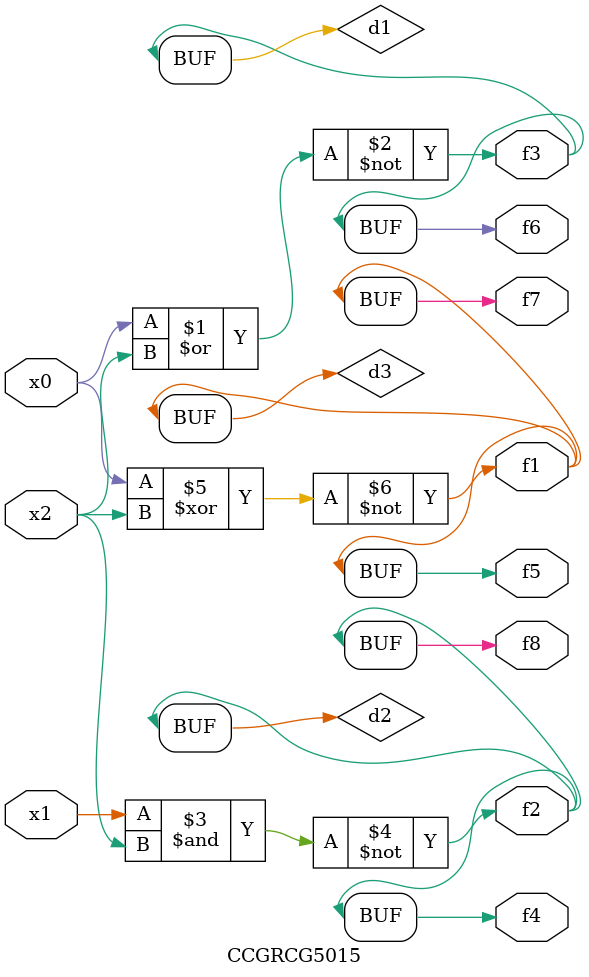
<source format=v>
module CCGRCG5015(
	input x0, x1, x2,
	output f1, f2, f3, f4, f5, f6, f7, f8
);

	wire d1, d2, d3;

	nor (d1, x0, x2);
	nand (d2, x1, x2);
	xnor (d3, x0, x2);
	assign f1 = d3;
	assign f2 = d2;
	assign f3 = d1;
	assign f4 = d2;
	assign f5 = d3;
	assign f6 = d1;
	assign f7 = d3;
	assign f8 = d2;
endmodule

</source>
